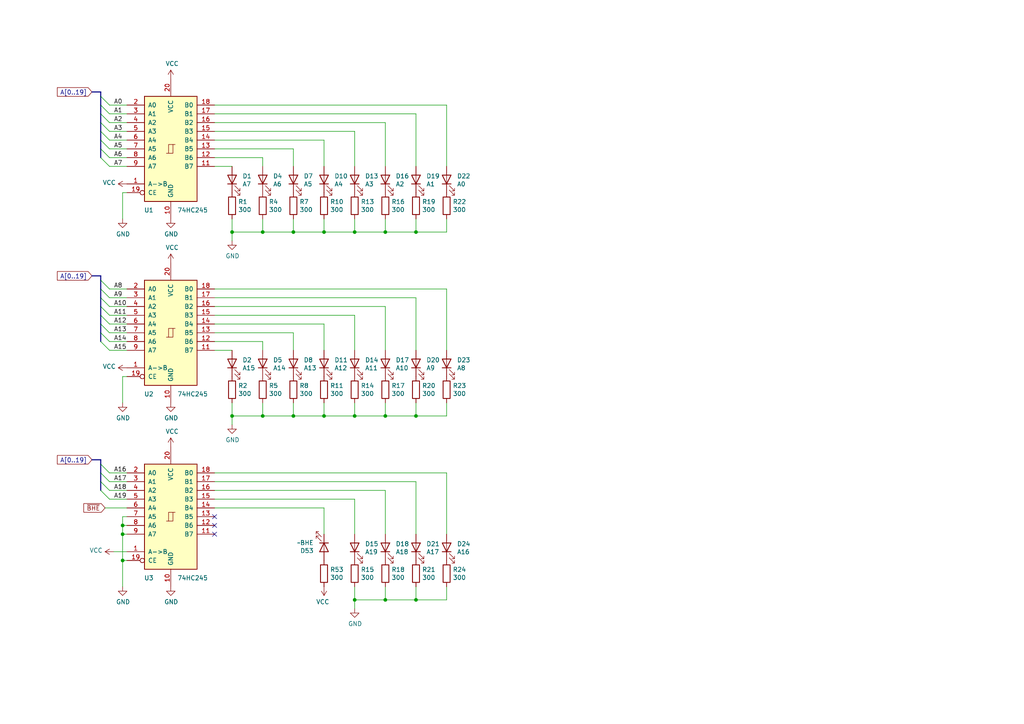
<source format=kicad_sch>
(kicad_sch (version 20230121) (generator eeschema)
  (paper "A4")
  (title_block (title "Mini8086 LED board") (rev "1.1"))
  (lib_symbols
    (symbol "74xx:74HC245" (pin_names (offset 1.016))
      (property "Reference" "U" (at -7.62 16.51 0))
      (property "Value" "74HC245" (at -7.62 -16.51 0))
      (symbol "74HC245_1_0"
        (polyline (pts (xy -0.635 -1.27) (xy -0.635 1.27) (xy 0.635 1.27)))
        (polyline (pts (xy -1.27 -1.27) (xy 0.635 -1.27) (xy 0.635 1.27) (xy 1.27 1.27)))
        (pin input line (at -12.7 -10.16 0) (length 5.08) (name "A->B") (number "1"))
        (pin power_in line (at 0 -20.32 90) (length 5.08) (name "GND") (number "10"))
        (pin tri_state line (at 12.7 -5.08 180) (length 5.08) (name "B7") (number "11"))
        (pin tri_state line (at 12.7 -2.54 180) (length 5.08) (name "B6") (number "12"))
        (pin tri_state line (at 12.7 0 180) (length 5.08) (name "B5") (number "13"))
        (pin tri_state line (at 12.7 2.54 180) (length 5.08) (name "B4") (number "14"))
        (pin tri_state line (at 12.7 5.08 180) (length 5.08) (name "B3") (number "15"))
        (pin tri_state line (at 12.7 7.62 180) (length 5.08) (name "B2") (number "16"))
        (pin tri_state line (at 12.7 10.16 180) (length 5.08) (name "B1") (number "17"))
        (pin tri_state line (at 12.7 12.7 180) (length 5.08) (name "B0") (number "18"))
        (pin input inverted (at -12.7 -12.7 0) (length 5.08) (name "CE") (number "19"))
        (pin tri_state line (at -12.7 12.7 0) (length 5.08) (name "A0") (number "2"))
        (pin power_in line (at 0 20.32 270) (length 5.08) (name "VCC") (number "20"))
        (pin tri_state line (at -12.7 10.16 0) (length 5.08) (name "A1") (number "3"))
        (pin tri_state line (at -12.7 7.62 0) (length 5.08) (name "A2") (number "4"))
        (pin tri_state line (at -12.7 5.08 0) (length 5.08) (name "A3") (number "5"))
        (pin tri_state line (at -12.7 2.54 0) (length 5.08) (name "A4") (number "6"))
        (pin tri_state line (at -12.7 0 0) (length 5.08) (name "A5") (number "7"))
        (pin tri_state line (at -12.7 -2.54 0) (length 5.08) (name "A6") (number "8"))
        (pin tri_state line (at -12.7 -5.08 0) (length 5.08) (name "A7") (number "9"))
      )
      (symbol "74HC245_1_1"
        (rectangle (start -7.62 15.24) (end 7.62 -15.24) (stroke (width 0.254)) (fill (type background)))
      )
    )
    (symbol "Device:LED" (pin_numbers hide) (pin_names (offset 1.016) hide)
      (property "Reference" "D" (at 0 2.54 0))
      (property "Value" "LED" (at 0 -2.54 0))
      (symbol "LED_0_1"
        (polyline (pts (xy -1.27 -1.27) (xy -1.27 1.27)) (stroke (width 0.254)))
        (polyline (pts (xy -1.27 0) (xy 1.27 0)))
        (polyline (pts (xy 1.27 -1.27) (xy 1.27 1.27) (xy -1.27 0) (xy 1.27 -1.27)) (stroke (width 0.254)))
        (polyline (pts (xy -3.048 -0.762) (xy -4.572 -2.286) (xy -3.81 -2.286) (xy -4.572 -2.286) (xy -4.572 -1.524)))
        (polyline (pts (xy -1.778 -0.762) (xy -3.302 -2.286) (xy -2.54 -2.286) (xy -3.302 -2.286) (xy -3.302 -1.524)))
      )
      (symbol "LED_1_1"
        (pin passive line (at -3.81 0 0) (length 2.54) (name "K") (number "1"))
        (pin passive line (at 3.81 0 180) (length 2.54) (name "A") (number "2"))
      )
    )
    (symbol "Device:R" (pin_numbers hide) (pin_names (offset 0))
      (property "Reference" "R" (at 2.032 0 90))
      (property "Value" "R" (at 0 0 90))
      (symbol "R_0_1"
        (rectangle (start -1.016 -2.54) (end 1.016 2.54) (stroke (width 0.254)))
      )
      (symbol "R_1_1"
        (pin passive line (at 0 3.81 270) (length 1.27) (name "~") (number "1"))
        (pin passive line (at 0 -3.81 90) (length 1.27) (name "~") (number "2"))
      )
    )
    (symbol "power:GND" (power) (pin_names (offset 0))
      (property "Value" "GND" (at 0 -3.81 0))
      (symbol "GND_0_1"
        (polyline (pts (xy 0 0) (xy 0 -1.27) (xy 1.27 -1.27) (xy 0 -2.54) (xy -1.27 -1.27) (xy 0 -1.27)))
      )
      (symbol "GND_1_1"
        (pin power_in line (at 0 0 270) (length 0) hide (name "GND") (number "1"))
      )
    )
    (symbol "power:VCC" (power) (pin_names (offset 0))
      (property "Value" "VCC" (at 0 3.81 0))
      (symbol "VCC_0_1"
        (polyline (pts (xy -0.762 1.27) (xy 0 2.54)))
        (polyline (pts (xy 0 0) (xy 0 2.54)))
        (polyline (pts (xy 0 2.54) (xy 0.762 1.27)))
      )
      (symbol "VCC_1_1"
        (pin power_in line (at 0 0 90) (length 0) hide (name "VCC") (number "1"))
      )
    )
  )
  (junction (at 67.31 120.65))
  (junction (at 76.2 120.65))
  (junction (at 85.09 120.65))
  (junction (at 120.65 173.99))
  (junction (at 111.76 120.65))
  (junction (at 102.87 120.65))
  (junction (at 120.65 67.31))
  (junction (at 102.87 67.31))
  (junction (at 76.2 67.31))
  (junction (at 35.56 152.4))
  (junction (at 35.56 162.56))
  (junction (at 35.56 154.94))
  (junction (at 111.76 67.31))
  (junction (at 93.98 67.31))
  (junction (at 93.98 120.65))
  (junction (at 102.87 173.99))
  (junction (at 67.31 67.31))
  (junction (at 85.09 67.31))
  (junction (at 111.76 173.99))
  (junction (at 120.65 120.65))
  (no_connect (at 62.23 154.94))
  (no_connect (at 62.23 149.86))
  (no_connect (at 62.23 152.4))
  (bus_entry (at 31.75 96.52) (size -2.54 -2.54))
  (bus_entry (at 31.75 40.64) (size -2.54 -2.54))
  (bus_entry (at 31.75 139.7) (size -2.54 -2.54))
  (bus_entry (at 31.75 142.24) (size -2.54 -2.54))
  (bus_entry (at 31.75 99.06) (size -2.54 -2.54))
  (bus_entry (at 31.75 83.82) (size -2.54 -2.54))
  (bus_entry (at 31.75 88.9) (size -2.54 -2.54))
  (bus_entry (at 31.75 91.44) (size -2.54 -2.54))
  (bus_entry (at 31.75 137.16) (size -2.54 -2.54))
  (bus_entry (at 31.75 35.56) (size -2.54 -2.54))
  (bus_entry (at 31.75 33.02) (size -2.54 -2.54))
  (bus_entry (at 31.75 45.72) (size -2.54 -2.54))
  (bus_entry (at 31.75 38.1) (size -2.54 -2.54))
  (bus_entry (at 31.75 48.26) (size -2.54 -2.54))
  (bus_entry (at 31.75 101.6) (size -2.54 -2.54))
  (bus_entry (at 31.75 86.36) (size -2.54 -2.54))
  (bus_entry (at 31.75 93.98) (size -2.54 -2.54))
  (bus_entry (at 31.75 43.18) (size -2.54 -2.54))
  (bus_entry (at 31.75 144.78) (size -2.54 -2.54))
  (bus_entry (at 31.75 30.48) (size -2.54 -2.54))
  (bus (pts (xy 29.21 81.28) (xy 29.21 83.82)))
  (wire (pts (xy 31.75 101.6) (xy 36.83 101.6)))
  (wire (pts (xy 36.83 162.56) (xy 35.56 162.56)))
  (wire (pts (xy 67.31 67.31) (xy 67.31 69.85)))
  (wire (pts (xy 93.98 67.31) (xy 102.87 67.31)))
  (wire (pts (xy 36.83 55.88) (xy 35.56 55.88)))
  (wire (pts (xy 111.76 142.24) (xy 111.76 154.94)))
  (wire (pts (xy 67.31 116.84) (xy 67.31 120.65)))
  (wire (pts (xy 36.83 149.86) (xy 35.56 149.86)))
  (wire (pts (xy 102.87 120.65) (xy 102.87 116.84)))
  (bus (pts (xy 29.21 139.7) (xy 29.21 142.24)))
  (wire (pts (xy 31.75 93.98) (xy 36.83 93.98)))
  (wire (pts (xy 62.23 30.48) (xy 129.54 30.48)))
  (wire (pts (xy 85.09 43.18) (xy 85.09 48.26)))
  (wire (pts (xy 62.23 38.1) (xy 102.87 38.1)))
  (wire (pts (xy 31.75 142.24) (xy 36.83 142.24)))
  (wire (pts (xy 62.23 101.6) (xy 67.31 101.6)))
  (wire (pts (xy 102.87 120.65) (xy 111.76 120.65)))
  (wire (pts (xy 93.98 63.5) (xy 93.98 67.31)))
  (wire (pts (xy 31.75 139.7) (xy 36.83 139.7)))
  (wire (pts (xy 129.54 83.82) (xy 129.54 101.6)))
  (wire (pts (xy 62.23 99.06) (xy 76.2 99.06)))
  (bus (pts (xy 29.21 43.18) (xy 29.21 45.72)))
  (wire (pts (xy 62.23 139.7) (xy 120.65 139.7)))
  (wire (pts (xy 31.75 144.78) (xy 36.83 144.78)))
  (wire (pts (xy 31.75 99.06) (xy 36.83 99.06)))
  (wire (pts (xy 31.75 86.36) (xy 36.83 86.36)))
  (wire (pts (xy 35.56 152.4) (xy 35.56 149.86)))
  (wire (pts (xy 31.75 48.26) (xy 36.83 48.26)))
  (wire (pts (xy 67.31 67.31) (xy 76.2 67.31)))
  (wire (pts (xy 31.75 40.64) (xy 36.83 40.64)))
  (wire (pts (xy 111.76 120.65) (xy 111.76 116.84)))
  (wire (pts (xy 62.23 91.44) (xy 102.87 91.44)))
  (wire (pts (xy 129.54 120.65) (xy 129.54 116.84)))
  (wire (pts (xy 120.65 173.99) (xy 129.54 173.99)))
  (wire (pts (xy 31.75 91.44) (xy 36.83 91.44)))
  (wire (pts (xy 120.65 67.31) (xy 129.54 67.31)))
  (wire (pts (xy 76.2 45.72) (xy 76.2 48.26)))
  (wire (pts (xy 31.75 33.02) (xy 36.83 33.02)))
  (wire (pts (xy 85.09 67.31) (xy 93.98 67.31)))
  (wire (pts (xy 31.75 43.18) (xy 36.83 43.18)))
  (wire (pts (xy 31.75 96.52) (xy 36.83 96.52)))
  (wire (pts (xy 36.83 160.02) (xy 33.02 160.02)))
  (wire (pts (xy 76.2 67.31) (xy 85.09 67.31)))
  (wire (pts (xy 62.23 45.72) (xy 76.2 45.72)))
  (wire (pts (xy 31.75 45.72) (xy 36.83 45.72)))
  (wire (pts (xy 31.75 88.9) (xy 36.83 88.9)))
  (bus (pts (xy 29.21 83.82) (xy 29.21 86.36)))
  (wire (pts (xy 62.23 40.64) (xy 93.98 40.64)))
  (bus (pts (xy 29.21 96.52) (xy 29.21 99.06)))
  (wire (pts (xy 120.65 120.65) (xy 120.65 116.84)))
  (wire (pts (xy 31.75 38.1) (xy 36.83 38.1)))
  (wire (pts (xy 67.31 120.65) (xy 76.2 120.65)))
  (bus (pts (xy 29.21 40.64) (xy 29.21 43.18)))
  (bus (pts (xy 29.21 88.9) (xy 29.21 91.44)))
  (wire (pts (xy 102.87 173.99) (xy 111.76 173.99)))
  (wire (pts (xy 111.76 173.99) (xy 120.65 173.99)))
  (wire (pts (xy 129.54 67.31) (xy 129.54 63.5)))
  (wire (pts (xy 62.23 144.78) (xy 102.87 144.78)))
  (wire (pts (xy 85.09 96.52) (xy 85.09 101.6)))
  (wire (pts (xy 85.09 120.65) (xy 93.98 120.65)))
  (wire (pts (xy 120.65 86.36) (xy 120.65 101.6)))
  (bus (pts (xy 29.21 26.67) (xy 29.21 27.94)))
  (wire (pts (xy 62.23 35.56) (xy 111.76 35.56)))
  (bus (pts (xy 29.21 30.48) (xy 29.21 33.02)))
  (wire (pts (xy 36.83 147.32) (xy 30.48 147.32)))
  (wire (pts (xy 35.56 109.22) (xy 35.56 116.84)))
  (wire (pts (xy 85.09 116.84) (xy 85.09 120.65)))
  (bus (pts (xy 29.21 86.36) (xy 29.21 88.9)))
  (wire (pts (xy 129.54 137.16) (xy 129.54 154.94)))
  (wire (pts (xy 76.2 116.84) (xy 76.2 120.65)))
  (wire (pts (xy 35.56 162.56) (xy 35.56 170.18)))
  (bus (pts (xy 29.21 91.44) (xy 29.21 93.98)))
  (wire (pts (xy 36.83 154.94) (xy 35.56 154.94)))
  (wire (pts (xy 76.2 120.65) (xy 85.09 120.65)))
  (bus (pts (xy 29.21 80.01) (xy 29.21 81.28)))
  (wire (pts (xy 62.23 33.02) (xy 120.65 33.02)))
  (wire (pts (xy 102.87 144.78) (xy 102.87 154.94)))
  (wire (pts (xy 31.75 35.56) (xy 36.83 35.56)))
  (wire (pts (xy 67.31 120.65) (xy 67.31 123.19)))
  (wire (pts (xy 111.76 88.9) (xy 111.76 101.6)))
  (wire (pts (xy 93.98 147.32) (xy 62.23 147.32)))
  (wire (pts (xy 62.23 137.16) (xy 129.54 137.16)))
  (wire (pts (xy 111.76 173.99) (xy 111.76 170.18)))
  (bus (pts (xy 29.21 93.98) (xy 29.21 96.52)))
  (bus (pts (xy 29.21 33.02) (xy 29.21 35.56)))
  (bus (pts (xy 29.21 38.1) (xy 29.21 40.64)))
  (wire (pts (xy 31.75 83.82) (xy 36.83 83.82)))
  (wire (pts (xy 102.87 67.31) (xy 102.87 63.5)))
  (wire (pts (xy 76.2 63.5) (xy 76.2 67.31)))
  (wire (pts (xy 111.76 120.65) (xy 120.65 120.65)))
  (bus (pts (xy 29.21 27.94) (xy 29.21 30.48)))
  (bus (pts (xy 29.21 137.16) (xy 29.21 139.7)))
  (wire (pts (xy 62.23 48.26) (xy 67.31 48.26)))
  (wire (pts (xy 36.83 152.4) (xy 35.56 152.4)))
  (wire (pts (xy 120.65 173.99) (xy 120.65 170.18)))
  (wire (pts (xy 36.83 109.22) (xy 35.56 109.22)))
  (wire (pts (xy 35.56 162.56) (xy 35.56 154.94)))
  (wire (pts (xy 62.23 142.24) (xy 111.76 142.24)))
  (wire (pts (xy 35.56 154.94) (xy 35.56 152.4)))
  (wire (pts (xy 129.54 30.48) (xy 129.54 48.26)))
  (wire (pts (xy 102.87 67.31) (xy 111.76 67.31)))
  (bus (pts (xy 29.21 35.56) (xy 29.21 38.1)))
  (wire (pts (xy 93.98 120.65) (xy 102.87 120.65)))
  (wire (pts (xy 62.23 93.98) (xy 93.98 93.98)))
  (wire (pts (xy 67.31 63.5) (xy 67.31 67.31)))
  (wire (pts (xy 62.23 88.9) (xy 111.76 88.9)))
  (wire (pts (xy 102.87 173.99) (xy 102.87 176.53)))
  (wire (pts (xy 35.56 55.88) (xy 35.56 63.5)))
  (wire (pts (xy 62.23 43.18) (xy 85.09 43.18)))
  (wire (pts (xy 93.98 40.64) (xy 93.98 48.26)))
  (wire (pts (xy 62.23 86.36) (xy 120.65 86.36)))
  (bus (pts (xy 29.21 134.62) (xy 29.21 137.16)))
  (wire (pts (xy 31.75 137.16) (xy 36.83 137.16)))
  (wire (pts (xy 102.87 91.44) (xy 102.87 101.6)))
  (bus (pts (xy 29.21 80.01) (xy 26.67 80.01)))
  (bus (pts (xy 29.21 133.35) (xy 29.21 134.62)))
  (wire (pts (xy 76.2 99.06) (xy 76.2 101.6)))
  (wire (pts (xy 111.76 35.56) (xy 111.76 48.26)))
  (wire (pts (xy 111.76 67.31) (xy 111.76 63.5)))
  (bus (pts (xy 29.21 26.67) (xy 26.67 26.67)))
  (wire (pts (xy 31.75 30.48) (xy 36.83 30.48)))
  (wire (pts (xy 62.23 83.82) (xy 129.54 83.82)))
  (wire (pts (xy 120.65 67.31) (xy 120.65 63.5)))
  (wire (pts (xy 93.98 116.84) (xy 93.98 120.65)))
  (wire (pts (xy 93.98 93.98) (xy 93.98 101.6)))
  (bus (pts (xy 29.21 133.35) (xy 26.67 133.35)))
  (wire (pts (xy 93.98 154.94) (xy 93.98 147.32)))
  (wire (pts (xy 120.65 139.7) (xy 120.65 154.94)))
  (wire (pts (xy 120.65 33.02) (xy 120.65 48.26)))
  (wire (pts (xy 111.76 67.31) (xy 120.65 67.31)))
  (wire (pts (xy 102.87 38.1) (xy 102.87 48.26)))
  (wire (pts (xy 62.23 96.52) (xy 85.09 96.52)))
  (wire (pts (xy 102.87 173.99) (xy 102.87 170.18)))
  (wire (pts (xy 85.09 63.5) (xy 85.09 67.31)))
  (wire (pts (xy 120.65 120.65) (xy 129.54 120.65)))
  (wire (pts (xy 129.54 173.99) (xy 129.54 170.18)))
  (label "A4" (at 33.02 40.64 0))
  (label "A15" (at 33.02 101.6 0))
  (label "A12" (at 33.02 93.98 0))
  (label "A10" (at 33.02 88.9 0))
  (label "A3" (at 33.02 38.1 0))
  (label "A7" (at 33.02 48.26 0))
  (label "A5" (at 33.02 43.18 0))
  (label "A6" (at 33.02 45.72 0))
  (label "A13" (at 33.02 96.52 0))
  (label "A2" (at 33.02 35.56 0))
  (label "A9" (at 33.02 86.36 0))
  (label "A18" (at 33.02 142.24 0))
  (label "A11" (at 33.02 91.44 0))
  (label "A16" (at 33.02 137.16 0))
  (label "A14" (at 33.02 99.06 0))
  (label "A0" (at 33.02 30.48 0))
  (label "A1" (at 33.02 33.02 0))
  (label "A19" (at 33.02 144.78 0))
  (label "A8" (at 33.02 83.82 0))
  (label "A17" (at 33.02 139.7 0))
  (global_label "A[0..19]" (shape input) (at 26.67 133.35 180) (property "Intersheetrefs" "${INTERSHEET_REFS}" (effects hide)))
  (global_label "A[0..19]" (shape input) (at 26.67 26.67 180) (property "Intersheetrefs" "${INTERSHEET_REFS}" (effects hide)))
  (global_label "~{BHE}" (shape input) (at 30.48 147.32 180) (property "Intersheetrefs" "${INTERSHEET_REFS}" (effects hide)))
  (global_label "A[0..19]" (shape input) (at 26.67 80.01 180) (property "Intersheetrefs" "${INTERSHEET_REFS}" (effects hide)))
  (symbol (lib_id "Device:LED") (at 93.98 158.75 270) (unit 1)
    (property "Reference" "D53" (at 90.9828 159.7406 90) (effects (justify right)))
    (property "Value" "~BHE" (at 90.9828 157.4292 90) (effects (justify right)))
    (property "Footprint" "LED_SMD:LED_0603_1608Metric" (effects hide))
  )
  (symbol (lib_id "Device:R") (at 93.98 166.37 0) (unit 1)
    (property "Reference" "R53" (at 95.758 165.2016 0) (effects (justify left)))
    (property "Value" "300" (at 95.758 167.513 0) (effects (justify left)))
    (property "Footprint" "Resistor_SMD:R_1206_3216Metric" (effects hide))
  )
  (symbol (lib_id "power:VCC") (at 93.98 170.18 180) (unit 1)
    (property "Reference" "#PWR0101" (effects hide))
    (property "Value" "VCC" (at 93.599 174.5742 0))
  )
  (symbol (lib_id "74xx:74HC245") (at 49.53 43.18 0) (unit 1)
    (property "Reference" "U1" (at 43.18 60.96 0))
    (property "Value" "74HC245" (at 55.88 60.96 0))
    (property "Footprint" "Package_SO:SO-20_12.8x7.5mm_P1.27mm" (effects hide))
    (property "Datasheet" "http://www.ti.com/lit/gpn/sn74HC245" (effects hide))
    (property "LCSC" "C5625" (effects hide))
  )
  (symbol (lib_id "power:GND") (at 49.53 63.5 0) (unit 1)
    (property "Reference" "#PWR016" (effects hide))
    (property "Value" "GND" (at 49.657 67.8942 0))
  )
  (symbol (lib_id "power:VCC") (at 49.53 22.86 0) (unit 1)
    (property "Reference" "#PWR015" (effects hide))
    (property "Value" "VCC" (at 49.911 18.4658 0))
  )
  (symbol (lib_id "power:GND") (at 35.56 63.5 0) (unit 1)
    (property "Reference" "#PWR09" (effects hide))
    (property "Value" "GND" (at 35.687 67.8942 0))
  )
  (symbol (lib_id "power:VCC") (at 36.83 53.34 90) (unit 1)
    (property "Reference" "#PWR012" (effects hide))
    (property "Value" "VCC" (at 33.6042 52.959 90) (effects (justify left)))
  )
  (symbol (lib_id "Device:LED") (at 67.31 52.07 90) (unit 1)
    (property "Reference" "D1" (at 70.3072 51.0794 90) (effects (justify right)))
    (property "Value" "A7" (at 70.3072 53.3908 90) (effects (justify right)))
    (property "Footprint" "LED_SMD:LED_0603_1608Metric" (effects hide))
  )
  (symbol (lib_id "Device:LED") (at 76.2 52.07 90) (unit 1)
    (property "Reference" "D4" (at 79.1972 51.0794 90) (effects (justify right)))
    (property "Value" "A6" (at 79.1972 53.3908 90) (effects (justify right)))
    (property "Footprint" "LED_SMD:LED_0603_1608Metric" (effects hide))
  )
  (symbol (lib_id "Device:LED") (at 85.09 52.07 90) (unit 1)
    (property "Reference" "D7" (at 88.0872 51.0794 90) (effects (justify right)))
    (property "Value" "A5" (at 88.0872 53.3908 90) (effects (justify right)))
    (property "Footprint" "LED_SMD:LED_0603_1608Metric" (effects hide))
  )
  (symbol (lib_id "Device:LED") (at 93.98 52.07 90) (unit 1)
    (property "Reference" "D10" (at 96.9772 51.0794 90) (effects (justify right)))
    (property "Value" "A4" (at 96.9772 53.3908 90) (effects (justify right)))
    (property "Footprint" "LED_SMD:LED_0603_1608Metric" (effects hide))
  )
  (symbol (lib_id "Device:LED") (at 102.87 52.07 90) (unit 1)
    (property "Reference" "D13" (at 105.8672 51.0794 90) (effects (justify right)))
    (property "Value" "A3" (at 105.8672 53.3908 90) (effects (justify right)))
    (property "Footprint" "LED_SMD:LED_0603_1608Metric" (effects hide))
  )
  (symbol (lib_id "Device:LED") (at 111.76 52.07 90) (unit 1)
    (property "Reference" "D16" (at 114.7572 51.0794 90) (effects (justify right)))
    (property "Value" "A2" (at 114.7572 53.3908 90) (effects (justify right)))
    (property "Footprint" "LED_SMD:LED_0603_1608Metric" (effects hide))
  )
  (symbol (lib_id "Device:LED") (at 120.65 52.07 90) (unit 1)
    (property "Reference" "D19" (at 123.6472 51.0794 90) (effects (justify right)))
    (property "Value" "A1" (at 123.6472 53.3908 90) (effects (justify right)))
    (property "Footprint" "LED_SMD:LED_0603_1608Metric" (effects hide))
  )
  (symbol (lib_id "Device:LED") (at 129.54 52.07 90) (unit 1)
    (property "Reference" "D22" (at 132.5372 51.0794 90) (effects (justify right)))
    (property "Value" "A0" (at 132.5372 53.3908 90) (effects (justify right)))
    (property "Footprint" "LED_SMD:LED_0603_1608Metric" (effects hide))
  )
  (symbol (lib_id "Device:R") (at 129.54 59.69 0) (unit 1)
    (property "Reference" "R22" (at 131.318 58.5216 0) (effects (justify left)))
    (property "Value" "300" (at 131.318 60.833 0) (effects (justify left)))
    (property "Footprint" "Resistor_SMD:R_1206_3216Metric" (effects hide))
  )
  (symbol (lib_id "Device:R") (at 120.65 59.69 0) (unit 1)
    (property "Reference" "R19" (at 122.428 58.5216 0) (effects (justify left)))
    (property "Value" "300" (at 122.428 60.833 0) (effects (justify left)))
    (property "Footprint" "Resistor_SMD:R_1206_3216Metric" (effects hide))
  )
  (symbol (lib_id "Device:R") (at 111.76 59.69 0) (unit 1)
    (property "Reference" "R16" (at 113.538 58.5216 0) (effects (justify left)))
    (property "Value" "300" (at 113.538 60.833 0) (effects (justify left)))
    (property "Footprint" "Resistor_SMD:R_1206_3216Metric" (effects hide))
  )
  (symbol (lib_id "Device:R") (at 102.87 59.69 0) (unit 1)
    (property "Reference" "R13" (at 104.648 58.5216 0) (effects (justify left)))
    (property "Value" "300" (at 104.648 60.833 0) (effects (justify left)))
    (property "Footprint" "Resistor_SMD:R_1206_3216Metric" (effects hide))
  )
  (symbol (lib_id "Device:R") (at 93.98 59.69 0) (unit 1)
    (property "Reference" "R10" (at 95.758 58.5216 0) (effects (justify left)))
    (property "Value" "300" (at 95.758 60.833 0) (effects (justify left)))
    (property "Footprint" "Resistor_SMD:R_1206_3216Metric" (effects hide))
  )
  (symbol (lib_id "Device:R") (at 85.09 59.69 0) (unit 1)
    (property "Reference" "R7" (at 86.868 58.5216 0) (effects (justify left)))
    (property "Value" "300" (at 86.868 60.833 0) (effects (justify left)))
    (property "Footprint" "Resistor_SMD:R_1206_3216Metric" (effects hide))
  )
  (symbol (lib_id "Device:R") (at 76.2 59.69 0) (unit 1)
    (property "Reference" "R4" (at 77.978 58.5216 0) (effects (justify left)))
    (property "Value" "300" (at 77.978 60.833 0) (effects (justify left)))
    (property "Footprint" "Resistor_SMD:R_1206_3216Metric" (effects hide))
  )
  (symbol (lib_id "Device:R") (at 67.31 59.69 0) (unit 1)
    (property "Reference" "R1" (at 69.088 58.5216 0) (effects (justify left)))
    (property "Value" "300" (at 69.088 60.833 0) (effects (justify left)))
    (property "Footprint" "Resistor_SMD:R_1206_3216Metric" (effects hide))
  )
  (symbol (lib_id "power:GND") (at 67.31 69.85 0) (unit 1)
    (property "Reference" "#PWR021" (effects hide))
    (property "Value" "GND" (at 67.437 74.2442 0))
  )
  (symbol (lib_id "74xx:74HC245") (at 49.53 96.52 0) (unit 1)
    (property "Reference" "U2" (at 43.18 114.3 0))
    (property "Value" "74HC245" (at 55.88 114.3 0))
    (property "Footprint" "Package_SO:SO-20_12.8x7.5mm_P1.27mm" (effects hide))
    (property "Datasheet" "http://www.ti.com/lit/gpn/sn74HC245" (effects hide))
    (property "LCSC" "C5625" (effects hide))
  )
  (symbol (lib_id "power:GND") (at 49.53 116.84 0) (unit 1)
    (property "Reference" "#PWR018" (effects hide))
    (property "Value" "GND" (at 49.657 121.2342 0))
  )
  (symbol (lib_id "power:VCC") (at 49.53 76.2 0) (unit 1)
    (property "Reference" "#PWR017" (effects hide))
    (property "Value" "VCC" (at 49.911 71.8058 0))
  )
  (symbol (lib_id "power:GND") (at 35.56 116.84 0) (unit 1)
    (property "Reference" "#PWR010" (effects hide))
    (property "Value" "GND" (at 35.687 121.2342 0))
  )
  (symbol (lib_id "power:VCC") (at 36.83 106.68 90) (unit 1)
    (property "Reference" "#PWR013" (effects hide))
    (property "Value" "VCC" (at 33.6042 106.299 90) (effects (justify left)))
  )
  (symbol (lib_id "Device:LED") (at 67.31 105.41 90) (unit 1)
    (property "Reference" "D2" (at 70.3072 104.4194 90) (effects (justify right)))
    (property "Value" "A15" (at 70.3072 106.7308 90) (effects (justify right)))
    (property "Footprint" "LED_SMD:LED_0603_1608Metric" (effects hide))
  )
  (symbol (lib_id "Device:LED") (at 76.2 105.41 90) (unit 1)
    (property "Reference" "D5" (at 79.1972 104.4194 90) (effects (justify right)))
    (property "Value" "A14" (at 79.1972 106.7308 90) (effects (justify right)))
    (property "Footprint" "LED_SMD:LED_0603_1608Metric" (effects hide))
  )
  (symbol (lib_id "Device:LED") (at 85.09 105.41 90) (unit 1)
    (property "Reference" "D8" (at 88.0872 104.4194 90) (effects (justify right)))
    (property "Value" "A13" (at 88.0872 106.7308 90) (effects (justify right)))
    (property "Footprint" "LED_SMD:LED_0603_1608Metric" (effects hide))
  )
  (symbol (lib_id "Device:LED") (at 93.98 105.41 90) (unit 1)
    (property "Reference" "D11" (at 96.9772 104.4194 90) (effects (justify right)))
    (property "Value" "A12" (at 96.9772 106.7308 90) (effects (justify right)))
    (property "Footprint" "LED_SMD:LED_0603_1608Metric" (effects hide))
  )
  (symbol (lib_id "Device:LED") (at 102.87 105.41 90) (unit 1)
    (property "Reference" "D14" (at 105.8672 104.4194 90) (effects (justify right)))
    (property "Value" "A11" (at 105.8672 106.7308 90) (effects (justify right)))
    (property "Footprint" "LED_SMD:LED_0603_1608Metric" (effects hide))
  )
  (symbol (lib_id "Device:LED") (at 111.76 105.41 90) (unit 1)
    (property "Reference" "D17" (at 114.7572 104.4194 90) (effects (justify right)))
    (property "Value" "A10" (at 114.7572 106.7308 90) (effects (justify right)))
    (property "Footprint" "LED_SMD:LED_0603_1608Metric" (effects hide))
  )
  (symbol (lib_id "Device:LED") (at 120.65 105.41 90) (unit 1)
    (property "Reference" "D20" (at 123.6472 104.4194 90) (effects (justify right)))
    (property "Value" "A9" (at 123.6472 106.7308 90) (effects (justify right)))
    (property "Footprint" "LED_SMD:LED_0603_1608Metric" (effects hide))
  )
  (symbol (lib_id "Device:LED") (at 129.54 105.41 90) (unit 1)
    (property "Reference" "D23" (at 132.5372 104.4194 90) (effects (justify right)))
    (property "Value" "A8" (at 132.5372 106.7308 90) (effects (justify right)))
    (property "Footprint" "LED_SMD:LED_0603_1608Metric" (effects hide))
  )
  (symbol (lib_id "Device:R") (at 129.54 113.03 0) (unit 1)
    (property "Reference" "R23" (at 131.318 111.8616 0) (effects (justify left)))
    (property "Value" "300" (at 131.318 114.173 0) (effects (justify left)))
    (property "Footprint" "Resistor_SMD:R_1206_3216Metric" (effects hide))
  )
  (symbol (lib_id "Device:R") (at 120.65 113.03 0) (unit 1)
    (property "Reference" "R20" (at 122.428 111.8616 0) (effects (justify left)))
    (property "Value" "300" (at 122.428 114.173 0) (effects (justify left)))
    (property "Footprint" "Resistor_SMD:R_1206_3216Metric" (effects hide))
  )
  (symbol (lib_id "Device:R") (at 111.76 113.03 0) (unit 1)
    (property "Reference" "R17" (at 113.538 111.8616 0) (effects (justify left)))
    (property "Value" "300" (at 113.538 114.173 0) (effects (justify left)))
    (property "Footprint" "Resistor_SMD:R_1206_3216Metric" (effects hide))
  )
  (symbol (lib_id "Device:R") (at 102.87 113.03 0) (unit 1)
    (property "Reference" "R14" (at 104.648 111.8616 0) (effects (justify left)))
    (property "Value" "300" (at 104.648 114.173 0) (effects (justify left)))
    (property "Footprint" "Resistor_SMD:R_1206_3216Metric" (effects hide))
  )
  (symbol (lib_id "Device:R") (at 93.98 113.03 0) (unit 1)
    (property "Reference" "R11" (at 95.758 111.8616 0) (effects (justify left)))
    (property "Value" "300" (at 95.758 114.173 0) (effects (justify left)))
    (property "Footprint" "Resistor_SMD:R_1206_3216Metric" (effects hide))
  )
  (symbol (lib_id "Device:R") (at 85.09 113.03 0) (unit 1)
    (property "Reference" "R8" (at 86.868 111.8616 0) (effects (justify left)))
    (property "Value" "300" (at 86.868 114.173 0) (effects (justify left)))
    (property "Footprint" "Resistor_SMD:R_1206_3216Metric" (effects hide))
  )
  (symbol (lib_id "Device:R") (at 76.2 113.03 0) (unit 1)
    (property "Reference" "R5" (at 77.978 111.8616 0) (effects (justify left)))
    (property "Value" "300" (at 77.978 114.173 0) (effects (justify left)))
    (property "Footprint" "Resistor_SMD:R_1206_3216Metric" (effects hide))
  )
  (symbol (lib_id "Device:R") (at 67.31 113.03 0) (unit 1)
    (property "Reference" "R2" (at 69.088 111.8616 0) (effects (justify left)))
    (property "Value" "300" (at 69.088 114.173 0) (effects (justify left)))
    (property "Footprint" "Resistor_SMD:R_1206_3216Metric" (effects hide))
  )
  (symbol (lib_id "power:GND") (at 67.31 123.19 0) (unit 1)
    (property "Reference" "#PWR022" (effects hide))
    (property "Value" "GND" (at 67.437 127.5842 0))
  )
  (symbol (lib_id "74xx:74HC245") (at 49.53 149.86 0) (unit 1)
    (property "Reference" "U3" (at 43.18 167.64 0))
    (property "Value" "74HC245" (at 55.88 167.64 0))
    (property "Footprint" "Package_SO:SO-20_12.8x7.5mm_P1.27mm" (effects hide))
    (property "Datasheet" "http://www.ti.com/lit/gpn/sn74HC245" (effects hide))
    (property "LCSC" "C5625" (effects hide))
  )
  (symbol (lib_id "power:GND") (at 49.53 170.18 0) (unit 1)
    (property "Reference" "#PWR020" (effects hide))
    (property "Value" "GND" (at 49.657 174.5742 0))
  )
  (symbol (lib_id "power:VCC") (at 49.53 129.54 0) (unit 1)
    (property "Reference" "#PWR019" (effects hide))
    (property "Value" "VCC" (at 49.911 125.1458 0))
  )
  (symbol (lib_id "power:GND") (at 35.56 170.18 0) (unit 1)
    (property "Reference" "#PWR011" (effects hide))
    (property "Value" "GND" (at 35.687 174.5742 0))
  )
  (symbol (lib_id "power:VCC") (at 33.02 160.02 90) (unit 1)
    (property "Reference" "#PWR014" (effects hide))
    (property "Value" "VCC" (at 29.7942 159.639 90) (effects (justify left)))
  )
  (symbol (lib_id "Device:LED") (at 102.87 158.75 90) (unit 1)
    (property "Reference" "D15" (at 105.8672 157.7594 90) (effects (justify right)))
    (property "Value" "A19" (at 105.8672 160.0708 90) (effects (justify right)))
    (property "Footprint" "LED_SMD:LED_0603_1608Metric" (effects hide))
  )
  (symbol (lib_id "Device:LED") (at 111.76 158.75 90) (unit 1)
    (property "Reference" "D18" (at 114.7572 157.7594 90) (effects (justify right)))
    (property "Value" "A18" (at 114.7572 160.0708 90) (effects (justify right)))
    (property "Footprint" "LED_SMD:LED_0603_1608Metric" (effects hide))
  )
  (symbol (lib_id "Device:LED") (at 120.65 158.75 90) (unit 1)
    (property "Reference" "D21" (at 123.6472 157.7594 90) (effects (justify right)))
    (property "Value" "A17" (at 123.6472 160.0708 90) (effects (justify right)))
    (property "Footprint" "LED_SMD:LED_0603_1608Metric" (effects hide))
  )
  (symbol (lib_id "Device:LED") (at 129.54 158.75 90) (unit 1)
    (property "Reference" "D24" (at 132.5372 157.7594 90) (effects (justify right)))
    (property "Value" "A16" (at 132.5372 160.0708 90) (effects (justify right)))
    (property "Footprint" "LED_SMD:LED_0603_1608Metric" (effects hide))
  )
  (symbol (lib_id "Device:R") (at 129.54 166.37 0) (unit 1)
    (property "Reference" "R24" (at 131.318 165.2016 0) (effects (justify left)))
    (property "Value" "300" (at 131.318 167.513 0) (effects (justify left)))
    (property "Footprint" "Resistor_SMD:R_1206_3216Metric" (effects hide))
  )
  (symbol (lib_id "Device:R") (at 120.65 166.37 0) (unit 1)
    (property "Reference" "R21" (at 122.428 165.2016 0) (effects (justify left)))
    (property "Value" "300" (at 122.428 167.513 0) (effects (justify left)))
    (property "Footprint" "Resistor_SMD:R_1206_3216Metric" (effects hide))
  )
  (symbol (lib_id "Device:R") (at 111.76 166.37 0) (unit 1)
    (property "Reference" "R18" (at 113.538 165.2016 0) (effects (justify left)))
    (property "Value" "300" (at 113.538 167.513 0) (effects (justify left)))
    (property "Footprint" "Resistor_SMD:R_1206_3216Metric" (effects hide))
  )
  (symbol (lib_id "Device:R") (at 102.87 166.37 0) (unit 1)
    (property "Reference" "R15" (at 104.648 165.2016 0) (effects (justify left)))
    (property "Value" "300" (at 104.648 167.513 0) (effects (justify left)))
    (property "Footprint" "Resistor_SMD:R_1206_3216Metric" (effects hide))
  )
  (symbol (lib_id "power:GND") (at 102.87 176.53 0) (unit 1)
    (property "Reference" "#PWR023" (effects hide))
    (property "Value" "GND" (at 102.997 180.9242 0))
  )
)
</source>
